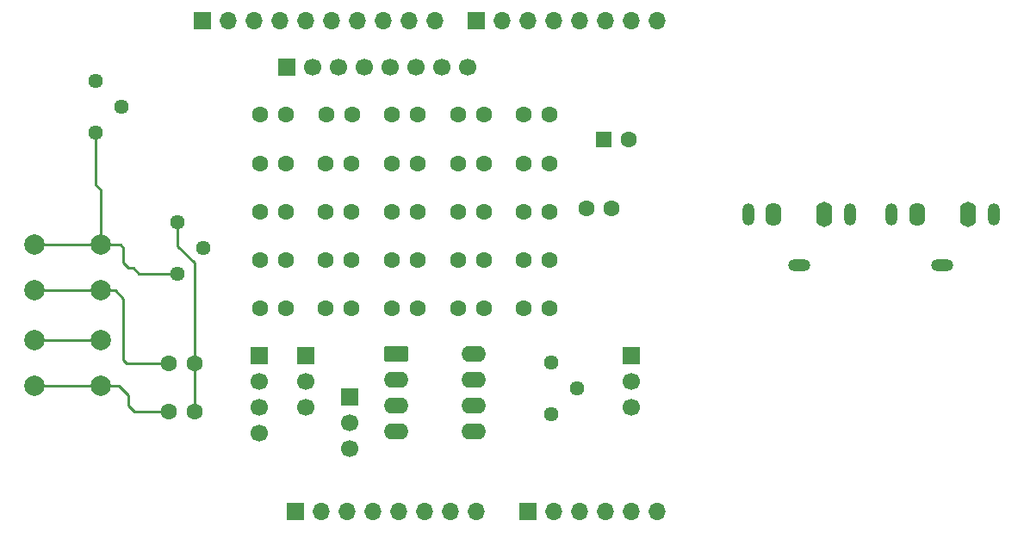
<source format=gbr>
%TF.GenerationSoftware,KiCad,Pcbnew,9.0.7*%
%TF.CreationDate,2026-02-04T13:13:08-07:00*%
%TF.ProjectId,Uno_Shield_DSP_Class_v1,556e6f5f-5368-4696-956c-645f4453505f,rev?*%
%TF.SameCoordinates,Original*%
%TF.FileFunction,Copper,L1,Top*%
%TF.FilePolarity,Positive*%
%FSLAX46Y46*%
G04 Gerber Fmt 4.6, Leading zero omitted, Abs format (unit mm)*
G04 Created by KiCad (PCBNEW 9.0.7) date 2026-02-04 13:13:08*
%MOMM*%
%LPD*%
G01*
G04 APERTURE LIST*
G04 Aperture macros list*
%AMRoundRect*
0 Rectangle with rounded corners*
0 $1 Rounding radius*
0 $2 $3 $4 $5 $6 $7 $8 $9 X,Y pos of 4 corners*
0 Add a 4 corners polygon primitive as box body*
4,1,4,$2,$3,$4,$5,$6,$7,$8,$9,$2,$3,0*
0 Add four circle primitives for the rounded corners*
1,1,$1+$1,$2,$3*
1,1,$1+$1,$4,$5*
1,1,$1+$1,$6,$7*
1,1,$1+$1,$8,$9*
0 Add four rect primitives between the rounded corners*
20,1,$1+$1,$2,$3,$4,$5,0*
20,1,$1+$1,$4,$5,$6,$7,0*
20,1,$1+$1,$6,$7,$8,$9,0*
20,1,$1+$1,$8,$9,$2,$3,0*%
G04 Aperture macros list end*
%TA.AperFunction,ComponentPad*%
%ADD10R,1.700000X1.700000*%
%TD*%
%TA.AperFunction,ComponentPad*%
%ADD11O,1.700000X1.700000*%
%TD*%
%TA.AperFunction,ComponentPad*%
%ADD12C,1.600000*%
%TD*%
%TA.AperFunction,ComponentPad*%
%ADD13C,2.000000*%
%TD*%
%TA.AperFunction,ComponentPad*%
%ADD14C,1.700000*%
%TD*%
%TA.AperFunction,ComponentPad*%
%ADD15O,1.200000X2.200000*%
%TD*%
%TA.AperFunction,ComponentPad*%
%ADD16O,1.600000X2.300000*%
%TD*%
%TA.AperFunction,ComponentPad*%
%ADD17O,2.200000X1.200000*%
%TD*%
%TA.AperFunction,ComponentPad*%
%ADD18O,1.600000X2.500000*%
%TD*%
%TA.AperFunction,ComponentPad*%
%ADD19RoundRect,0.250000X-0.550000X-0.550000X0.550000X-0.550000X0.550000X0.550000X-0.550000X0.550000X0*%
%TD*%
%TA.AperFunction,ComponentPad*%
%ADD20C,1.440000*%
%TD*%
%TA.AperFunction,ComponentPad*%
%ADD21RoundRect,0.250000X-0.950000X-0.550000X0.950000X-0.550000X0.950000X0.550000X-0.950000X0.550000X0*%
%TD*%
%TA.AperFunction,ComponentPad*%
%ADD22O,2.400000X1.600000*%
%TD*%
%TA.AperFunction,Conductor*%
%ADD23C,0.250000*%
%TD*%
G04 APERTURE END LIST*
D10*
%TO.P,J1,1,Pin_1*%
%TO.N,unconnected-(J1-Pin_1-Pad1)*%
X127940000Y-97460000D03*
D11*
%TO.P,J1,2,Pin_2*%
%TO.N,/IOREF*%
X130480000Y-97460000D03*
%TO.P,J1,3,Pin_3*%
%TO.N,/~{RESET}*%
X133020000Y-97460000D03*
%TO.P,J1,4,Pin_4*%
%TO.N,+3V3*%
X135560000Y-97460000D03*
%TO.P,J1,5,Pin_5*%
%TO.N,+5V*%
X138100000Y-97460000D03*
%TO.P,J1,6,Pin_6*%
%TO.N,GND*%
X140640000Y-97460000D03*
%TO.P,J1,7,Pin_7*%
X143180000Y-97460000D03*
%TO.P,J1,8,Pin_8*%
%TO.N,VCC*%
X145720000Y-97460000D03*
%TD*%
D10*
%TO.P,J3,1,Pin_1*%
%TO.N,/A0*%
X150800000Y-97460000D03*
D11*
%TO.P,J3,2,Pin_2*%
%TO.N,/A1*%
X153340000Y-97460000D03*
%TO.P,J3,3,Pin_3*%
%TO.N,/IN_RIGHT*%
X155880000Y-97460000D03*
%TO.P,J3,4,Pin_4*%
%TO.N,/IN_LEFT*%
X158420000Y-97460000D03*
%TO.P,J3,5,Pin_5*%
%TO.N,/SDA{slash}A4*%
X160960000Y-97460000D03*
%TO.P,J3,6,Pin_6*%
%TO.N,/SCL{slash}A5*%
X163500000Y-97460000D03*
%TD*%
D10*
%TO.P,J2,1,Pin_1*%
%TO.N,/SCL*%
X118796000Y-49200000D03*
D11*
%TO.P,J2,2,Pin_2*%
%TO.N,/SDA*%
X121336000Y-49200000D03*
%TO.P,J2,3,Pin_3*%
%TO.N,/AREF*%
X123876000Y-49200000D03*
%TO.P,J2,4,Pin_4*%
%TO.N,GND*%
X126416000Y-49200000D03*
%TO.P,J2,5,Pin_5*%
%TO.N,/D9*%
X128956000Y-49200000D03*
%TO.P,J2,6,Pin_6*%
%TO.N,/D8*%
X131496000Y-49200000D03*
%TO.P,J2,7,Pin_7*%
%TO.N,/D7*%
X134036000Y-49200000D03*
%TO.P,J2,8,Pin_8*%
%TO.N,/D6*%
X136576000Y-49200000D03*
%TO.P,J2,9,Pin_9*%
%TO.N,/D5*%
X139116000Y-49200000D03*
%TO.P,J2,10,Pin_10*%
%TO.N,/D4*%
X141656000Y-49200000D03*
%TD*%
D10*
%TO.P,J4,1,Pin_1*%
%TO.N,/D3*%
X145720000Y-49200000D03*
D11*
%TO.P,J4,2,Pin_2*%
%TO.N,/D2*%
X148260000Y-49200000D03*
%TO.P,J4,3,Pin_3*%
%TO.N,/D1*%
X150800000Y-49200000D03*
%TO.P,J4,4,Pin_4*%
%TO.N,/D0*%
X153340000Y-49200000D03*
%TO.P,J4,5,Pin_5*%
%TO.N,/BT2*%
X155880000Y-49200000D03*
%TO.P,J4,6,Pin_6*%
%TO.N,/BT1*%
X158420000Y-49200000D03*
%TO.P,J4,7,Pin_7*%
%TO.N,/TX{slash}1*%
X160960000Y-49200000D03*
%TO.P,J4,8,Pin_8*%
%TO.N,/RX{slash}0*%
X163500000Y-49200000D03*
%TD*%
D12*
%TO.P,R9,1*%
%TO.N,Net-(R10-Pad1)*%
X130920000Y-63200000D03*
%TO.P,R9,2*%
%TO.N,Net-(R7-Pad1)*%
X133460000Y-63200000D03*
%TD*%
%TO.P,R13,1*%
%TO.N,Net-(R13-Pad1)*%
X137410000Y-58450000D03*
%TO.P,R13,2*%
%TO.N,Net-(R11-Pad1)*%
X139950000Y-58450000D03*
%TD*%
%TO.P,R14,1*%
%TO.N,Net-(R13-Pad1)*%
X137410000Y-63200000D03*
%TO.P,R14,2*%
%TO.N,/D5*%
X139950000Y-63200000D03*
%TD*%
%TO.P,R18,1*%
%TO.N,Net-(R17-Pad1)*%
X143900000Y-58450000D03*
%TO.P,R18,2*%
%TO.N,/D7*%
X146440000Y-58450000D03*
%TD*%
%TO.P,R4,1*%
%TO.N,Net-(R3-Pad2)*%
X124430000Y-63200000D03*
%TO.P,R4,2*%
%TO.N,/D0*%
X126970000Y-63200000D03*
%TD*%
%TO.P,R15,1*%
%TO.N,Net-(R15-Pad1)*%
X137410000Y-67950000D03*
%TO.P,R15,2*%
%TO.N,Net-(R13-Pad1)*%
X139950000Y-67950000D03*
%TD*%
%TO.P,R19,1*%
%TO.N,Net-(R19-Pad1)*%
X143900000Y-63200000D03*
%TO.P,R19,2*%
%TO.N,Net-(R17-Pad1)*%
X146440000Y-63200000D03*
%TD*%
%TO.P,C2,1*%
%TO.N,Net-(U1A--)*%
X156530000Y-67650000D03*
%TO.P,C2,2*%
%TO.N,Net-(C2-Pad2)*%
X159030000Y-67650000D03*
%TD*%
%TO.P,R7,1*%
%TO.N,Net-(R7-Pad1)*%
X124430000Y-77450000D03*
%TO.P,R7,2*%
%TO.N,Net-(R5-Pad1)*%
X126970000Y-77450000D03*
%TD*%
%TO.P,R21,1*%
%TO.N,Net-(R21-Pad1)*%
X143900000Y-72700000D03*
%TO.P,R21,2*%
%TO.N,Net-(R19-Pad1)*%
X146440000Y-72700000D03*
%TD*%
D13*
%TO.P,SW2,1,1*%
%TO.N,+5V*%
X102280000Y-80560000D03*
X108780000Y-80560000D03*
%TO.P,SW2,2,2*%
%TO.N,/BT2*%
X102280000Y-85060000D03*
X108780000Y-85060000D03*
%TD*%
D12*
%TO.P,R20,1*%
%TO.N,Net-(R19-Pad1)*%
X143900000Y-67950000D03*
%TO.P,R20,2*%
%TO.N,/D8*%
X146440000Y-67950000D03*
%TD*%
%TO.P,R6,1*%
%TO.N,Net-(R5-Pad1)*%
X124430000Y-72700000D03*
%TO.P,R6,2*%
%TO.N,/D1*%
X126970000Y-72700000D03*
%TD*%
D10*
%TO.P,J7,1,Pin_1*%
%TO.N,/AUDIO_OUT*%
X128940000Y-82120000D03*
D14*
%TO.P,J7,2,Pin_2*%
X128940000Y-84660000D03*
%TO.P,J7,3,Pin_3*%
%TO.N,GND*%
X128940000Y-87200000D03*
%TD*%
D12*
%TO.P,R10,1*%
%TO.N,Net-(R10-Pad1)*%
X130920000Y-67950000D03*
%TO.P,R10,2*%
%TO.N,/D3*%
X133460000Y-67950000D03*
%TD*%
D10*
%TO.P,J5,1,Pin_1*%
%TO.N,unconnected-(J5-Pin_1-Pad1)*%
X127080000Y-53720000D03*
D14*
%TO.P,J5,2,Pin_2*%
%TO.N,unconnected-(J5-Pin_2-Pad2)*%
X129620000Y-53720000D03*
%TO.P,J5,3,Pin_3*%
%TO.N,unconnected-(J5-Pin_3-Pad3)*%
X132160000Y-53720000D03*
%TO.P,J5,4,Pin_4*%
%TO.N,unconnected-(J5-Pin_4-Pad4)*%
X134700000Y-53720000D03*
%TO.P,J5,5,Pin_5*%
%TO.N,/SDA*%
X137240000Y-53720000D03*
%TO.P,J5,6,Pin_6*%
%TO.N,/SCL*%
X139780000Y-53720000D03*
%TO.P,J5,7,Pin_7*%
%TO.N,GND*%
X142320000Y-53720000D03*
%TO.P,J5,8,Pin_8*%
%TO.N,+5V*%
X144860000Y-53720000D03*
%TD*%
D12*
%TO.P,R26,1*%
%TO.N,Net-(R26-Pad1)*%
X150390000Y-72700000D03*
%TO.P,R26,2*%
%TO.N,GND*%
X152930000Y-72700000D03*
%TD*%
D15*
%TO.P,J11,R*%
%TO.N,/AUDIO_OUT*%
X186550000Y-68220000D03*
D16*
%TO.P,J11,RN*%
X189050000Y-68220000D03*
D17*
%TO.P,J11,S*%
%TO.N,GND*%
X191550000Y-73220000D03*
D15*
%TO.P,J11,T*%
%TO.N,/AUDIO_OUT*%
X196550000Y-68220000D03*
D18*
%TO.P,J11,TN*%
X194050000Y-68220000D03*
%TD*%
D12*
%TO.P,R5,1*%
%TO.N,Net-(R5-Pad1)*%
X124430000Y-67950000D03*
%TO.P,R5,2*%
%TO.N,Net-(R3-Pad2)*%
X126970000Y-67950000D03*
%TD*%
D19*
%TO.P,C1,1*%
%TO.N,+5V*%
X158224698Y-60850000D03*
D12*
%TO.P,C1,2*%
%TO.N,GND*%
X160724698Y-60850000D03*
%TD*%
%TO.P,R24,1*%
%TO.N,Net-(C2-Pad2)*%
X150390000Y-63200000D03*
%TO.P,R24,2*%
%TO.N,Net-(U1A--)*%
X152930000Y-63200000D03*
%TD*%
%TO.P,R12,1*%
%TO.N,Net-(R11-Pad1)*%
X130920000Y-77450000D03*
%TO.P,R12,2*%
%TO.N,/D4*%
X133460000Y-77450000D03*
%TD*%
D13*
%TO.P,SW1,1,1*%
%TO.N,+5V*%
X102280000Y-71210000D03*
X108780000Y-71210000D03*
%TO.P,SW1,2,2*%
%TO.N,/BT1*%
X102280000Y-75710000D03*
X108780000Y-75710000D03*
%TD*%
D12*
%TO.P,R11,1*%
%TO.N,Net-(R11-Pad1)*%
X130920000Y-72700000D03*
%TO.P,R11,2*%
%TO.N,Net-(R10-Pad1)*%
X133460000Y-72700000D03*
%TD*%
%TO.P,R22,1*%
%TO.N,Net-(R21-Pad1)*%
X143900000Y-77450000D03*
%TO.P,R22,2*%
%TO.N,/D9*%
X146440000Y-77450000D03*
%TD*%
D10*
%TO.P,J12,1,Pin_1*%
%TO.N,GND*%
X133260000Y-86170000D03*
D14*
%TO.P,J12,2,Pin_2*%
%TO.N,/IN_RIGHT*%
X133260000Y-88710000D03*
%TO.P,J12,3,Pin_3*%
%TO.N,/IN_LEFT*%
X133260000Y-91250000D03*
%TD*%
D12*
%TO.P,R1,1*%
%TO.N,/BT1*%
X115440000Y-82870000D03*
%TO.P,R1,2*%
%TO.N,GND*%
X117980000Y-82870000D03*
%TD*%
%TO.P,R27,1*%
%TO.N,/AUDIO_OUT*%
X150390000Y-77450000D03*
%TO.P,R27,2*%
%TO.N,Net-(C2-Pad2)*%
X152930000Y-77450000D03*
%TD*%
%TO.P,R17,1*%
%TO.N,Net-(R17-Pad1)*%
X137410000Y-77450000D03*
%TO.P,R17,2*%
%TO.N,Net-(R15-Pad1)*%
X139950000Y-77450000D03*
%TD*%
%TO.P,R25,1*%
%TO.N,+5V*%
X150390000Y-67950000D03*
%TO.P,R25,2*%
%TO.N,Net-(R25-Pad2)*%
X152930000Y-67950000D03*
%TD*%
%TO.P,R16,1*%
%TO.N,Net-(R15-Pad1)*%
X137410000Y-72700000D03*
%TO.P,R16,2*%
%TO.N,/D6*%
X139950000Y-72700000D03*
%TD*%
D20*
%TO.P,RV1,1,1*%
%TO.N,+5V*%
X108320000Y-60190000D03*
%TO.P,RV1,2,2*%
%TO.N,/A0*%
X110860000Y-57650000D03*
%TO.P,RV1,3,3*%
%TO.N,GND*%
X108320000Y-55110000D03*
%TD*%
D12*
%TO.P,R2,1*%
%TO.N,/BT2*%
X115440000Y-87620000D03*
%TO.P,R2,2*%
%TO.N,GND*%
X117980000Y-87620000D03*
%TD*%
D21*
%TO.P,U1,1*%
%TO.N,Net-(C2-Pad2)*%
X137870000Y-81930000D03*
D22*
%TO.P,U1,2,-*%
%TO.N,Net-(U1A--)*%
X137870000Y-84470000D03*
%TO.P,U1,3,+*%
%TO.N,Net-(J9-Pin_2)*%
X137870000Y-87010000D03*
%TO.P,U1,4,V-*%
%TO.N,GND*%
X137870000Y-89550000D03*
%TO.P,U1,5,+*%
X145490000Y-89550000D03*
%TO.P,U1,6,-*%
%TO.N,Net-(U1B--)*%
X145490000Y-87010000D03*
%TO.P,U1,7*%
X145490000Y-84470000D03*
%TO.P,U1,8,V+*%
%TO.N,+5V*%
X145490000Y-81930000D03*
%TD*%
D10*
%TO.P,J9,1,Pin_1*%
%TO.N,GND*%
X160910000Y-82120000D03*
D14*
%TO.P,J9,2,Pin_2*%
%TO.N,Net-(J9-Pin_2)*%
X160910000Y-84660000D03*
%TO.P,J9,3,Pin_3*%
%TO.N,Net-(J9-Pin_3)*%
X160910000Y-87200000D03*
%TD*%
D12*
%TO.P,R3,1*%
%TO.N,GND*%
X124430000Y-58450000D03*
%TO.P,R3,2*%
%TO.N,Net-(R3-Pad2)*%
X126970000Y-58450000D03*
%TD*%
D15*
%TO.P,J10,R*%
%TO.N,/IN_RIGHT*%
X172430000Y-68220000D03*
D16*
%TO.P,J10,RN*%
X174930000Y-68220000D03*
D17*
%TO.P,J10,S*%
%TO.N,GND*%
X177430000Y-73220000D03*
D15*
%TO.P,J10,T*%
%TO.N,/IN_LEFT*%
X182430000Y-68220000D03*
D18*
%TO.P,J10,TN*%
X179930000Y-68220000D03*
%TD*%
D20*
%TO.P,RV3,1,1*%
%TO.N,Net-(R25-Pad2)*%
X153090000Y-87910000D03*
%TO.P,RV3,2,2*%
%TO.N,Net-(J9-Pin_3)*%
X155630000Y-85370000D03*
%TO.P,RV3,3,3*%
%TO.N,Net-(R26-Pad1)*%
X153090000Y-82830000D03*
%TD*%
%TO.P,RV2,1,1*%
%TO.N,+5V*%
X116335000Y-74040000D03*
%TO.P,RV2,2,2*%
%TO.N,/A1*%
X118875000Y-71500000D03*
%TO.P,RV2,3,3*%
%TO.N,GND*%
X116335000Y-68960000D03*
%TD*%
D12*
%TO.P,R8,1*%
%TO.N,Net-(R7-Pad1)*%
X130960000Y-58450000D03*
%TO.P,R8,2*%
%TO.N,/D2*%
X133500000Y-58450000D03*
%TD*%
D10*
%TO.P,J6,1,Pin_1*%
%TO.N,GND*%
X124350000Y-82120000D03*
D14*
%TO.P,J6,2,Pin_2*%
%TO.N,+5V*%
X124350000Y-84660000D03*
%TO.P,J6,3,Pin_3*%
%TO.N,/SCL*%
X124350000Y-87200000D03*
%TO.P,J6,4,Pin_4*%
%TO.N,/SDA*%
X124350000Y-89740000D03*
%TD*%
D12*
%TO.P,R23,1*%
%TO.N,Net-(U1A--)*%
X150390000Y-58450000D03*
%TO.P,R23,2*%
%TO.N,Net-(R21-Pad1)*%
X152930000Y-58450000D03*
%TD*%
D23*
%TO.N,GND*%
X117980000Y-82870000D02*
X117980000Y-72980000D01*
X117980000Y-87620000D02*
X117980000Y-82870000D01*
X117980000Y-72980000D02*
X116335000Y-71335000D01*
X116335000Y-71335000D02*
X116335000Y-68960000D01*
%TO.N,+5V*%
X110710000Y-71210000D02*
X111000000Y-71500000D01*
X108780000Y-71210000D02*
X110710000Y-71210000D01*
X102280000Y-80560000D02*
X108780000Y-80560000D01*
X112540000Y-74040000D02*
X116335000Y-74040000D01*
X111000000Y-73000000D02*
X111500000Y-73500000D01*
X108320000Y-65320000D02*
X108780000Y-65780000D01*
X112000000Y-73500000D02*
X112540000Y-74040000D01*
X102280000Y-71210000D02*
X108780000Y-71210000D01*
X111000000Y-71500000D02*
X111000000Y-73000000D01*
X108780000Y-65780000D02*
X108780000Y-71210000D01*
X111500000Y-73500000D02*
X112000000Y-73500000D01*
X108320000Y-60190000D02*
X108320000Y-65320000D01*
%TO.N,/BT1*%
X102280000Y-75710000D02*
X108780000Y-75710000D01*
X110210000Y-75710000D02*
X111000000Y-76500000D01*
X111000000Y-76500000D02*
X111000000Y-82500000D01*
X111370000Y-82870000D02*
X115440000Y-82870000D01*
X111000000Y-82500000D02*
X111370000Y-82870000D01*
X108780000Y-75710000D02*
X110210000Y-75710000D01*
%TO.N,/BT2*%
X111500000Y-86000000D02*
X111500000Y-87000000D01*
X102280000Y-85060000D02*
X108780000Y-85060000D01*
X108780000Y-85060000D02*
X110560000Y-85060000D01*
X110560000Y-85060000D02*
X111500000Y-86000000D01*
X112120000Y-87620000D02*
X115440000Y-87620000D01*
X111500000Y-87000000D02*
X112120000Y-87620000D01*
%TD*%
M02*

</source>
